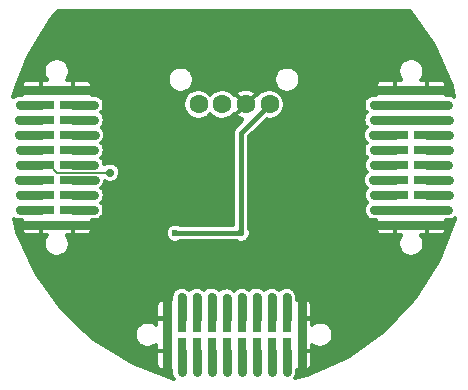
<source format=gbl>
G04 #@! TF.FileFunction,Copper,L2,Bot,Signal*
%FSLAX46Y46*%
G04 Gerber Fmt 4.6, Leading zero omitted, Abs format (unit mm)*
G04 Created by KiCad (PCBNEW 4.0.2+e4-6225~38~ubuntu14.04.1-stable) date Wed 20 Jul 2016 03:53:55 BST*
%MOMM*%
G01*
G04 APERTURE LIST*
%ADD10C,0.100000*%
%ADD11R,2.220000X0.740000*%
%ADD12C,1.600000*%
%ADD13R,0.740000X2.220000*%
%ADD14C,0.700000*%
%ADD15C,0.600000*%
%ADD16C,0.200000*%
%ADD17C,0.740000*%
%ADD18C,0.400000*%
%ADD19C,0.450000*%
%ADD20C,0.300000*%
G04 APERTURE END LIST*
D10*
D11*
X83635000Y-94285000D03*
X86365000Y-94285000D03*
X83635000Y-95555000D03*
X86365000Y-95555000D03*
X83635000Y-96825000D03*
X86365000Y-96825000D03*
X83635000Y-98095000D03*
X86365000Y-98095000D03*
X83635000Y-99365000D03*
X86365000Y-99365000D03*
X83635000Y-100635000D03*
X86365000Y-100635000D03*
X83635000Y-101905000D03*
X86365000Y-101905000D03*
X83635000Y-103175000D03*
X86365000Y-103175000D03*
X83635000Y-104445000D03*
X86365000Y-104445000D03*
X83635000Y-105715000D03*
X86365000Y-105715000D03*
D12*
X103000000Y-95500000D03*
X101000000Y-95500000D03*
X99000000Y-95500000D03*
X97000000Y-95500000D03*
D11*
X113635000Y-94285000D03*
X116365000Y-94285000D03*
X113635000Y-95555000D03*
X116365000Y-95555000D03*
X113635000Y-96825000D03*
X116365000Y-96825000D03*
X113635000Y-98095000D03*
X116365000Y-98095000D03*
X113635000Y-99365000D03*
X116365000Y-99365000D03*
X113635000Y-100635000D03*
X116365000Y-100635000D03*
X113635000Y-101905000D03*
X116365000Y-101905000D03*
X113635000Y-103175000D03*
X116365000Y-103175000D03*
X113635000Y-104445000D03*
X116365000Y-104445000D03*
X113635000Y-105715000D03*
X116365000Y-105715000D03*
D13*
X94285000Y-116365000D03*
X94285000Y-113635000D03*
X95555000Y-116365000D03*
X95555000Y-113635000D03*
X96825000Y-116365000D03*
X96825000Y-113635000D03*
X98095000Y-116365000D03*
X98095000Y-113635000D03*
X99365000Y-116365000D03*
X99365000Y-113635000D03*
X100635000Y-116365000D03*
X100635000Y-113635000D03*
X101905000Y-116365000D03*
X101905000Y-113635000D03*
X103175000Y-116365000D03*
X103175000Y-113635000D03*
X104445000Y-116365000D03*
X104445000Y-113635000D03*
X105715000Y-116365000D03*
X105715000Y-113635000D03*
D14*
X89484990Y-101284990D03*
X81835000Y-100635000D03*
X118185000Y-105715000D03*
X118185000Y-94285000D03*
X111815000Y-94285000D03*
X111815000Y-105715000D03*
X94285000Y-118185000D03*
X105715000Y-118115000D03*
X105715000Y-111815000D03*
X94285000Y-111815000D03*
X81815000Y-105715000D03*
X88185000Y-105715000D03*
X88185000Y-94285000D03*
X81815000Y-94285000D03*
D15*
X100600000Y-106400000D03*
X95000000Y-106400000D03*
D14*
X104445000Y-111845000D03*
X103175000Y-111825000D03*
X81845000Y-95555000D03*
X88145000Y-95555000D03*
X81825000Y-96825000D03*
X88175000Y-96825000D03*
X81805000Y-98095000D03*
X88195000Y-98095000D03*
X81835000Y-99365000D03*
X88165000Y-99365000D03*
X88165000Y-100635000D03*
X81805000Y-101905000D03*
X88195000Y-101905000D03*
X81875000Y-103175000D03*
X88175000Y-103175000D03*
X81845000Y-104445000D03*
X88155000Y-104445000D03*
X118155000Y-95555000D03*
X111845000Y-95555000D03*
X118175000Y-96825000D03*
X111825000Y-96825000D03*
X111805000Y-98095000D03*
X118195000Y-98095000D03*
X111835000Y-99365000D03*
X118165000Y-99365000D03*
X111865000Y-100635000D03*
X118135000Y-100635000D03*
X111805000Y-101905000D03*
X118195000Y-101905000D03*
X111875000Y-103175000D03*
X118175000Y-103175000D03*
X118155000Y-104445000D03*
X111855000Y-104445000D03*
X95555000Y-118155000D03*
X95555000Y-111845000D03*
X96825000Y-118125000D03*
X96825000Y-111825000D03*
X98095000Y-118195000D03*
X98095000Y-111805000D03*
X99365000Y-118165000D03*
X99365000Y-111865000D03*
X100635000Y-118165000D03*
X100635000Y-111835000D03*
X101905000Y-118195000D03*
X101905000Y-111805000D03*
X103175000Y-118175000D03*
X104445000Y-118155000D03*
D16*
X88844990Y-101284990D02*
X89484990Y-101284990D01*
X85054999Y-101284999D02*
X86108175Y-101284999D01*
X86108175Y-101284999D02*
X86108184Y-101284990D01*
X86108184Y-101284990D02*
X88844990Y-101284990D01*
X83635000Y-100635000D02*
X84375000Y-100635000D01*
X84375000Y-100635000D02*
X85024999Y-101284999D01*
X85024999Y-101284999D02*
X85054999Y-101284999D01*
D17*
X83635000Y-100635000D02*
X81835000Y-100635000D01*
X116365000Y-94285000D02*
X118185000Y-94285000D01*
X113635000Y-94285000D02*
X116365000Y-94285000D01*
X111815000Y-94285000D02*
X113635000Y-94285000D01*
X111815000Y-105715000D02*
X113635000Y-105715000D01*
X116365000Y-105715000D02*
X113635000Y-105715000D01*
X118185000Y-105715000D02*
X116365000Y-105715000D01*
X94285000Y-116365000D02*
X94285000Y-118185000D01*
X105715000Y-116365000D02*
X105715000Y-118115000D01*
X105715000Y-113635000D02*
X105715000Y-116365000D01*
X105715000Y-113635000D02*
X105715000Y-111815000D01*
X94285000Y-113635000D02*
X94285000Y-111815000D01*
X94285000Y-116365000D02*
X94285000Y-113635000D01*
X83635000Y-105715000D02*
X86365000Y-105715000D01*
X83635000Y-105715000D02*
X81815000Y-105715000D01*
X86365000Y-105715000D02*
X88185000Y-105715000D01*
X88185000Y-94285000D02*
X86365000Y-94285000D01*
X83635000Y-94285000D02*
X81815000Y-94285000D01*
X83635000Y-94285000D02*
X86365000Y-94285000D01*
D18*
X100600000Y-106400000D02*
X100600000Y-97900000D01*
X100600000Y-97900000D02*
X101175000Y-97325000D01*
X100600000Y-106400000D02*
X95000000Y-106400000D01*
D19*
X101175000Y-97325000D02*
X103000000Y-95500000D01*
D17*
X104445000Y-113635000D02*
X104445000Y-111845000D01*
X103175000Y-113635000D02*
X103175000Y-111825000D01*
X81845000Y-95555000D02*
X83635000Y-95555000D01*
X86365000Y-95555000D02*
X88145000Y-95555000D01*
X81825000Y-96825000D02*
X83635000Y-96825000D01*
X86365000Y-96825000D02*
X88175000Y-96825000D01*
X83635000Y-98095000D02*
X81805000Y-98095000D01*
X86365000Y-98095000D02*
X88195000Y-98095000D01*
X83635000Y-99365000D02*
X81835000Y-99365000D01*
X86365000Y-99365000D02*
X88165000Y-99365000D01*
X86365000Y-100635000D02*
X88165000Y-100635000D01*
X83635000Y-101905000D02*
X81805000Y-101905000D01*
X86365000Y-101905000D02*
X88195000Y-101905000D01*
X83635000Y-103175000D02*
X81875000Y-103175000D01*
X86365000Y-103175000D02*
X88175000Y-103175000D01*
X83635000Y-104445000D02*
X81845000Y-104445000D01*
X86365000Y-104445000D02*
X88155000Y-104445000D01*
X113635000Y-95555000D02*
X111845000Y-95555000D01*
X116365000Y-95555000D02*
X113635000Y-95555000D01*
X118155000Y-95555000D02*
X116365000Y-95555000D01*
X113635000Y-96825000D02*
X116365000Y-96825000D01*
X111825000Y-96825000D02*
X113635000Y-96825000D01*
X118175000Y-96825000D02*
X116365000Y-96825000D01*
X113635000Y-98095000D02*
X111805000Y-98095000D01*
X116365000Y-98095000D02*
X118195000Y-98095000D01*
X111835000Y-99365000D02*
X113635000Y-99365000D01*
X116365000Y-99365000D02*
X118165000Y-99365000D01*
X113635000Y-100635000D02*
X111865000Y-100635000D01*
X118135000Y-100635000D02*
X116365000Y-100635000D01*
X111805000Y-101905000D02*
X113635000Y-101905000D01*
X116365000Y-101905000D02*
X118195000Y-101905000D01*
X113635000Y-103175000D02*
X111875000Y-103175000D01*
X118175000Y-103175000D02*
X116365000Y-103175000D01*
X118155000Y-104445000D02*
X116365000Y-104445000D01*
X113635000Y-104445000D02*
X116365000Y-104445000D01*
X111855000Y-104445000D02*
X113635000Y-104445000D01*
X95555000Y-116365000D02*
X95555000Y-118155000D01*
X95555000Y-113635000D02*
X95555000Y-111845000D01*
X96825000Y-116365000D02*
X96825000Y-118125000D01*
X96825000Y-113635000D02*
X96825000Y-111825000D01*
X98095000Y-116365000D02*
X98095000Y-118195000D01*
X98095000Y-113635000D02*
X98095000Y-111805000D01*
X99365000Y-116365000D02*
X99365000Y-118165000D01*
X99365000Y-113635000D02*
X99365000Y-111865000D01*
X100635000Y-118165000D02*
X100635000Y-116365000D01*
X100635000Y-113635000D02*
X100635000Y-111835000D01*
X101905000Y-118195000D02*
X101905000Y-116365000D01*
X101905000Y-113635000D02*
X101905000Y-111805000D01*
X103175000Y-116365000D02*
X103175000Y-118175000D01*
X104445000Y-116365000D02*
X104445000Y-118155000D01*
D20*
G36*
X116931913Y-90483031D02*
X118457971Y-93953043D01*
X118656462Y-94845492D01*
X118646521Y-94837151D01*
X118497729Y-94755352D01*
X118335883Y-94704012D01*
X118167147Y-94685085D01*
X118155000Y-94685000D01*
X117975000Y-94685000D01*
X117975000Y-94420000D01*
X117850000Y-94295000D01*
X116375000Y-94295000D01*
X116375000Y-94315000D01*
X116355000Y-94315000D01*
X116355000Y-94295000D01*
X113645000Y-94295000D01*
X113645000Y-94315000D01*
X113625000Y-94315000D01*
X113625000Y-94295000D01*
X112150000Y-94295000D01*
X112025000Y-94420000D01*
X112025000Y-94685000D01*
X111845000Y-94685000D01*
X111676016Y-94701569D01*
X111513469Y-94750645D01*
X111363549Y-94830359D01*
X111231968Y-94937673D01*
X111123737Y-95068502D01*
X111042979Y-95217861D01*
X110992770Y-95380062D01*
X110975021Y-95548926D01*
X110990410Y-95718022D01*
X111038350Y-95880908D01*
X111117015Y-96031380D01*
X111223409Y-96163707D01*
X111244341Y-96181271D01*
X111211968Y-96207673D01*
X111103737Y-96338502D01*
X111022979Y-96487861D01*
X110972770Y-96650062D01*
X110955021Y-96818926D01*
X110970410Y-96988022D01*
X111018350Y-97150908D01*
X111097015Y-97301380D01*
X111203409Y-97433707D01*
X111224341Y-97451271D01*
X111191968Y-97477673D01*
X111083737Y-97608502D01*
X111002979Y-97757861D01*
X110952770Y-97920062D01*
X110935021Y-98088926D01*
X110950410Y-98258022D01*
X110998350Y-98420908D01*
X111077015Y-98571380D01*
X111183409Y-98703707D01*
X111228985Y-98741950D01*
X111221968Y-98747673D01*
X111113737Y-98878502D01*
X111032979Y-99027861D01*
X110982770Y-99190062D01*
X110965021Y-99358926D01*
X110980410Y-99528022D01*
X111028350Y-99690908D01*
X111107015Y-99841380D01*
X111213409Y-99973707D01*
X111258985Y-100011950D01*
X111251968Y-100017673D01*
X111143737Y-100148502D01*
X111062979Y-100297861D01*
X111012770Y-100460062D01*
X110995021Y-100628926D01*
X111010410Y-100798022D01*
X111058350Y-100960908D01*
X111137015Y-101111380D01*
X111243409Y-101243707D01*
X111244625Y-101244727D01*
X111191968Y-101287673D01*
X111083737Y-101418502D01*
X111002979Y-101567861D01*
X110952770Y-101730062D01*
X110935021Y-101898926D01*
X110950410Y-102068022D01*
X110998350Y-102230908D01*
X111077015Y-102381380D01*
X111183409Y-102513707D01*
X111251248Y-102570631D01*
X111153737Y-102688502D01*
X111072979Y-102837861D01*
X111022770Y-103000062D01*
X111005021Y-103168926D01*
X111020410Y-103338022D01*
X111068350Y-103500908D01*
X111147015Y-103651380D01*
X111253409Y-103783707D01*
X111274341Y-103801271D01*
X111241968Y-103827673D01*
X111133737Y-103958502D01*
X111052979Y-104107861D01*
X111002770Y-104270062D01*
X110985021Y-104438926D01*
X111000410Y-104608022D01*
X111048350Y-104770908D01*
X111127015Y-104921380D01*
X111233409Y-105053707D01*
X111363479Y-105162849D01*
X111512271Y-105244648D01*
X111674117Y-105295988D01*
X111842853Y-105314915D01*
X111855000Y-105315000D01*
X112025000Y-105315000D01*
X112025000Y-105580000D01*
X112150000Y-105705000D01*
X113625000Y-105705000D01*
X113625000Y-105685000D01*
X113645000Y-105685000D01*
X113645000Y-105705000D01*
X116355000Y-105705000D01*
X116355000Y-105685000D01*
X116375000Y-105685000D01*
X116375000Y-105705000D01*
X117850000Y-105705000D01*
X117975000Y-105580000D01*
X117975000Y-105315000D01*
X118155000Y-105315000D01*
X118323984Y-105298431D01*
X118486531Y-105249355D01*
X118636451Y-105169641D01*
X118735895Y-105088537D01*
X118720372Y-105177842D01*
X117358128Y-108715373D01*
X115334725Y-111920931D01*
X112727217Y-114672432D01*
X109634938Y-116865062D01*
X106175671Y-118415304D01*
X105161312Y-118648353D01*
X105162849Y-118646521D01*
X105244648Y-118497729D01*
X105295988Y-118335883D01*
X105314915Y-118167147D01*
X105315000Y-118155000D01*
X105315000Y-117975000D01*
X105580000Y-117975000D01*
X105705000Y-117850000D01*
X105705000Y-116375000D01*
X105725000Y-116375000D01*
X105725000Y-117850000D01*
X105850000Y-117975000D01*
X106134246Y-117975000D01*
X106230845Y-117955785D01*
X106321839Y-117918094D01*
X106403732Y-117863375D01*
X106473376Y-117793731D01*
X106528094Y-117711839D01*
X106565785Y-117620844D01*
X106585000Y-117524245D01*
X106585000Y-116500000D01*
X106460000Y-116375000D01*
X105725000Y-116375000D01*
X105705000Y-116375000D01*
X105685000Y-116375000D01*
X105685000Y-116355000D01*
X105705000Y-116355000D01*
X105705000Y-113645000D01*
X105725000Y-113645000D01*
X105725000Y-116355000D01*
X106460000Y-116355000D01*
X106585000Y-116230000D01*
X106585000Y-115837997D01*
X106588619Y-115841745D01*
X106765758Y-115964860D01*
X106963437Y-116051224D01*
X107174125Y-116097547D01*
X107389799Y-116102064D01*
X107602243Y-116064605D01*
X107803365Y-115986595D01*
X107985504Y-115871006D01*
X108141723Y-115722240D01*
X108266072Y-115545965D01*
X108353814Y-115348894D01*
X108401606Y-115138534D01*
X108405047Y-114892139D01*
X108363146Y-114680527D01*
X108280941Y-114481083D01*
X108161563Y-114301404D01*
X108009559Y-114148335D01*
X107830718Y-114027705D01*
X107631853Y-113944110D01*
X107420538Y-113900733D01*
X107204822Y-113899227D01*
X106992922Y-113939649D01*
X106792909Y-114020460D01*
X106612401Y-114138581D01*
X106585000Y-114165414D01*
X106585000Y-113770000D01*
X106460000Y-113645000D01*
X105725000Y-113645000D01*
X105705000Y-113645000D01*
X105685000Y-113645000D01*
X105685000Y-113625000D01*
X105705000Y-113625000D01*
X105705000Y-112150000D01*
X105725000Y-112150000D01*
X105725000Y-113625000D01*
X106460000Y-113625000D01*
X106585000Y-113500000D01*
X106585000Y-112475755D01*
X106565785Y-112379156D01*
X106528094Y-112288161D01*
X106473376Y-112206269D01*
X106403732Y-112136625D01*
X106321839Y-112081906D01*
X106230845Y-112044215D01*
X106134246Y-112025000D01*
X105850000Y-112025000D01*
X105725000Y-112150000D01*
X105705000Y-112150000D01*
X105580000Y-112025000D01*
X105315000Y-112025000D01*
X105315000Y-111845000D01*
X105298431Y-111676016D01*
X105249355Y-111513469D01*
X105169641Y-111363549D01*
X105062327Y-111231968D01*
X104931498Y-111123737D01*
X104782139Y-111042979D01*
X104619938Y-110992770D01*
X104451074Y-110975021D01*
X104281978Y-110990410D01*
X104119092Y-111038350D01*
X103968620Y-111117015D01*
X103836293Y-111223409D01*
X103818729Y-111244341D01*
X103792327Y-111211968D01*
X103661498Y-111103737D01*
X103512139Y-111022979D01*
X103349938Y-110972770D01*
X103181074Y-110955021D01*
X103011978Y-110970410D01*
X102849092Y-111018350D01*
X102698620Y-111097015D01*
X102566293Y-111203409D01*
X102548729Y-111224341D01*
X102522327Y-111191968D01*
X102391498Y-111083737D01*
X102242139Y-111002979D01*
X102079938Y-110952770D01*
X101911074Y-110935021D01*
X101741978Y-110950410D01*
X101579092Y-110998350D01*
X101428620Y-111077015D01*
X101296293Y-111183409D01*
X101258050Y-111228985D01*
X101252327Y-111221968D01*
X101121498Y-111113737D01*
X100972139Y-111032979D01*
X100809938Y-110982770D01*
X100641074Y-110965021D01*
X100471978Y-110980410D01*
X100309092Y-111028350D01*
X100158620Y-111107015D01*
X100026293Y-111213409D01*
X99988050Y-111258985D01*
X99982327Y-111251968D01*
X99851498Y-111143737D01*
X99702139Y-111062979D01*
X99539938Y-111012770D01*
X99371074Y-110995021D01*
X99201978Y-111010410D01*
X99039092Y-111058350D01*
X98888620Y-111137015D01*
X98756293Y-111243409D01*
X98755273Y-111244625D01*
X98712327Y-111191968D01*
X98581498Y-111083737D01*
X98432139Y-111002979D01*
X98269938Y-110952770D01*
X98101074Y-110935021D01*
X97931978Y-110950410D01*
X97769092Y-110998350D01*
X97618620Y-111077015D01*
X97486293Y-111183409D01*
X97452186Y-111224056D01*
X97442327Y-111211968D01*
X97311498Y-111103737D01*
X97162139Y-111022979D01*
X96999938Y-110972770D01*
X96831074Y-110955021D01*
X96661978Y-110970410D01*
X96499092Y-111018350D01*
X96348620Y-111097015D01*
X96216293Y-111203409D01*
X96182186Y-111244056D01*
X96172327Y-111231968D01*
X96041498Y-111123737D01*
X95892139Y-111042979D01*
X95729938Y-110992770D01*
X95561074Y-110975021D01*
X95391978Y-110990410D01*
X95229092Y-111038350D01*
X95078620Y-111117015D01*
X94946293Y-111223409D01*
X94837151Y-111353479D01*
X94755352Y-111502271D01*
X94704012Y-111664117D01*
X94685085Y-111832853D01*
X94685000Y-111845000D01*
X94685000Y-112025000D01*
X94420000Y-112025000D01*
X94295000Y-112150000D01*
X94295000Y-113625000D01*
X94315000Y-113625000D01*
X94315000Y-113645000D01*
X94295000Y-113645000D01*
X94295000Y-116355000D01*
X94315000Y-116355000D01*
X94315000Y-116375000D01*
X94295000Y-116375000D01*
X94295000Y-117850000D01*
X94420000Y-117975000D01*
X94685000Y-117975000D01*
X94685000Y-118155000D01*
X94701569Y-118323984D01*
X94750645Y-118486531D01*
X94830359Y-118636451D01*
X94916780Y-118742415D01*
X91406023Y-117418550D01*
X89928059Y-116500000D01*
X93415000Y-116500000D01*
X93415000Y-117524245D01*
X93434215Y-117620844D01*
X93471906Y-117711839D01*
X93526624Y-117793731D01*
X93596268Y-117863375D01*
X93678161Y-117918094D01*
X93769155Y-117955785D01*
X93865754Y-117975000D01*
X94150000Y-117975000D01*
X94275000Y-117850000D01*
X94275000Y-116375000D01*
X93540000Y-116375000D01*
X93415000Y-116500000D01*
X89928059Y-116500000D01*
X88186412Y-115417572D01*
X87838547Y-115092491D01*
X91593555Y-115092491D01*
X91632496Y-115304668D01*
X91711909Y-115505240D01*
X91828766Y-115686568D01*
X91978619Y-115841745D01*
X92155758Y-115964860D01*
X92353437Y-116051224D01*
X92564125Y-116097547D01*
X92779799Y-116102064D01*
X92992243Y-116064605D01*
X93193365Y-115986595D01*
X93375504Y-115871006D01*
X93415000Y-115833394D01*
X93415000Y-116230000D01*
X93540000Y-116355000D01*
X94275000Y-116355000D01*
X94275000Y-113645000D01*
X93540000Y-113645000D01*
X93415000Y-113770000D01*
X93415000Y-114163884D01*
X93399559Y-114148335D01*
X93220718Y-114027705D01*
X93021853Y-113944110D01*
X92810538Y-113900733D01*
X92594822Y-113899227D01*
X92382922Y-113939649D01*
X92182909Y-114020460D01*
X92002401Y-114138581D01*
X91848274Y-114289513D01*
X91726399Y-114467507D01*
X91641417Y-114665784D01*
X91596566Y-114876791D01*
X91593555Y-115092491D01*
X87838547Y-115092491D01*
X85416777Y-112829339D01*
X85162335Y-112475755D01*
X93415000Y-112475755D01*
X93415000Y-113500000D01*
X93540000Y-113625000D01*
X94275000Y-113625000D01*
X94275000Y-112150000D01*
X94150000Y-112025000D01*
X93865754Y-112025000D01*
X93769155Y-112044215D01*
X93678161Y-112081906D01*
X93596268Y-112136625D01*
X93526624Y-112206269D01*
X93471906Y-112288161D01*
X93434215Y-112379156D01*
X93415000Y-112475755D01*
X85162335Y-112475755D01*
X83202612Y-109752441D01*
X81628257Y-106304079D01*
X81520590Y-105850000D01*
X82025000Y-105850000D01*
X82025000Y-106134246D01*
X82044215Y-106230845D01*
X82081906Y-106321839D01*
X82136625Y-106403732D01*
X82206269Y-106473376D01*
X82288161Y-106528094D01*
X82379156Y-106565785D01*
X82475755Y-106585000D01*
X83500000Y-106585000D01*
X83625000Y-106460000D01*
X83625000Y-105725000D01*
X83645000Y-105725000D01*
X83645000Y-106460000D01*
X83770000Y-106585000D01*
X84162988Y-106585000D01*
X84153274Y-106594513D01*
X84031399Y-106772507D01*
X83946417Y-106970784D01*
X83901566Y-107181791D01*
X83898555Y-107397491D01*
X83937496Y-107609668D01*
X84016909Y-107810240D01*
X84133766Y-107991568D01*
X84283619Y-108146745D01*
X84460758Y-108269860D01*
X84658437Y-108356224D01*
X84869125Y-108402547D01*
X85084799Y-108407064D01*
X85297243Y-108369605D01*
X85498365Y-108291595D01*
X85680504Y-108176006D01*
X85836723Y-108027240D01*
X85961072Y-107850965D01*
X86048814Y-107653894D01*
X86096606Y-107443534D01*
X86100047Y-107197139D01*
X86058146Y-106985527D01*
X85975941Y-106786083D01*
X85856563Y-106606404D01*
X85835308Y-106585000D01*
X86230000Y-106585000D01*
X86355000Y-106460000D01*
X86355000Y-105725000D01*
X86375000Y-105725000D01*
X86375000Y-106460000D01*
X86500000Y-106585000D01*
X87524245Y-106585000D01*
X87620844Y-106565785D01*
X87711839Y-106528094D01*
X87793731Y-106473376D01*
X87799841Y-106467266D01*
X94198948Y-106467266D01*
X94227270Y-106621577D01*
X94285024Y-106767448D01*
X94370012Y-106899323D01*
X94478995Y-107012179D01*
X94607824Y-107101717D01*
X94751590Y-107164527D01*
X94904818Y-107198216D01*
X95061672Y-107201502D01*
X95216177Y-107174258D01*
X95362447Y-107117524D01*
X95390060Y-107100000D01*
X100205354Y-107100000D01*
X100207824Y-107101717D01*
X100351590Y-107164527D01*
X100504818Y-107198216D01*
X100661672Y-107201502D01*
X100816177Y-107174258D01*
X100962447Y-107117524D01*
X101094912Y-107033459D01*
X101208526Y-106925266D01*
X101298962Y-106797066D01*
X101362774Y-106653741D01*
X101397532Y-106500752D01*
X101400034Y-106321556D01*
X101369561Y-106167656D01*
X101309776Y-106022605D01*
X101300000Y-106007891D01*
X101300000Y-105850000D01*
X112025000Y-105850000D01*
X112025000Y-106134246D01*
X112044215Y-106230845D01*
X112081906Y-106321839D01*
X112136625Y-106403732D01*
X112206269Y-106473376D01*
X112288161Y-106528094D01*
X112379156Y-106565785D01*
X112475755Y-106585000D01*
X113500000Y-106585000D01*
X113625000Y-106460000D01*
X113625000Y-105725000D01*
X113645000Y-105725000D01*
X113645000Y-106460000D01*
X113770000Y-106585000D01*
X114162988Y-106585000D01*
X114153274Y-106594513D01*
X114031399Y-106772507D01*
X113946417Y-106970784D01*
X113901566Y-107181791D01*
X113898555Y-107397491D01*
X113937496Y-107609668D01*
X114016909Y-107810240D01*
X114133766Y-107991568D01*
X114283619Y-108146745D01*
X114460758Y-108269860D01*
X114658437Y-108356224D01*
X114869125Y-108402547D01*
X115084799Y-108407064D01*
X115297243Y-108369605D01*
X115498365Y-108291595D01*
X115680504Y-108176006D01*
X115836723Y-108027240D01*
X115961072Y-107850965D01*
X116048814Y-107653894D01*
X116096606Y-107443534D01*
X116100047Y-107197139D01*
X116058146Y-106985527D01*
X115975941Y-106786083D01*
X115856563Y-106606404D01*
X115835308Y-106585000D01*
X116230000Y-106585000D01*
X116355000Y-106460000D01*
X116355000Y-105725000D01*
X116375000Y-105725000D01*
X116375000Y-106460000D01*
X116500000Y-106585000D01*
X117524245Y-106585000D01*
X117620844Y-106565785D01*
X117711839Y-106528094D01*
X117793731Y-106473376D01*
X117863375Y-106403732D01*
X117918094Y-106321839D01*
X117955785Y-106230845D01*
X117975000Y-106134246D01*
X117975000Y-105850000D01*
X117850000Y-105725000D01*
X116375000Y-105725000D01*
X116355000Y-105725000D01*
X113645000Y-105725000D01*
X113625000Y-105725000D01*
X112150000Y-105725000D01*
X112025000Y-105850000D01*
X101300000Y-105850000D01*
X101300000Y-98189950D01*
X101542978Y-97946972D01*
X101569863Y-97933036D01*
X101680444Y-97844760D01*
X101687652Y-97837652D01*
X102749314Y-96775991D01*
X102845330Y-96797101D01*
X103100217Y-96802440D01*
X103351287Y-96758170D01*
X103588977Y-96665976D01*
X103804232Y-96529371D01*
X103988855Y-96353557D01*
X104135813Y-96145231D01*
X104239507Y-95912329D01*
X104295990Y-95663722D01*
X104300056Y-95372528D01*
X104250537Y-95122441D01*
X104153386Y-94886734D01*
X104012302Y-94674386D01*
X103832661Y-94493486D01*
X103621303Y-94350924D01*
X103386280Y-94252129D01*
X103136544Y-94200866D01*
X102881608Y-94199086D01*
X102631180Y-94246858D01*
X102394801Y-94342361D01*
X102181474Y-94481959D01*
X101999324Y-94660333D01*
X101965298Y-94710027D01*
X101842340Y-94671803D01*
X101014142Y-95500000D01*
X101028285Y-95514142D01*
X101014142Y-95528285D01*
X101000000Y-95514142D01*
X100171803Y-96342340D01*
X100240294Y-96562658D01*
X100462206Y-96690451D01*
X100702854Y-96771842D01*
X100662348Y-96812348D01*
X100572537Y-96921686D01*
X100554239Y-96955811D01*
X100105025Y-97405025D01*
X100063959Y-97455019D01*
X100022421Y-97504523D01*
X100020648Y-97507748D01*
X100018311Y-97510593D01*
X99987752Y-97567585D01*
X99956605Y-97624241D01*
X99955492Y-97627750D01*
X99953753Y-97630993D01*
X99934844Y-97692842D01*
X99915297Y-97754462D01*
X99914887Y-97758117D01*
X99913810Y-97761640D01*
X99907273Y-97825993D01*
X99900068Y-97890226D01*
X99900018Y-97897419D01*
X99900004Y-97897556D01*
X99900016Y-97897684D01*
X99900000Y-97900000D01*
X99900000Y-105700000D01*
X95392903Y-105700000D01*
X95382341Y-105692876D01*
X95237711Y-105632079D01*
X95084027Y-105600533D01*
X94927143Y-105599437D01*
X94773034Y-105628835D01*
X94627570Y-105687607D01*
X94496291Y-105773513D01*
X94384199Y-105883282D01*
X94295562Y-106012732D01*
X94233758Y-106156934D01*
X94201139Y-106310393D01*
X94198948Y-106467266D01*
X87799841Y-106467266D01*
X87863375Y-106403732D01*
X87918094Y-106321839D01*
X87955785Y-106230845D01*
X87975000Y-106134246D01*
X87975000Y-105850000D01*
X87850000Y-105725000D01*
X86375000Y-105725000D01*
X86355000Y-105725000D01*
X83645000Y-105725000D01*
X83625000Y-105725000D01*
X82150000Y-105725000D01*
X82025000Y-105850000D01*
X81520590Y-105850000D01*
X81358284Y-105165491D01*
X81502271Y-105244648D01*
X81664117Y-105295988D01*
X81832853Y-105314915D01*
X81845000Y-105315000D01*
X82025000Y-105315000D01*
X82025000Y-105580000D01*
X82150000Y-105705000D01*
X83625000Y-105705000D01*
X83625000Y-105685000D01*
X83645000Y-105685000D01*
X83645000Y-105705000D01*
X86355000Y-105705000D01*
X86355000Y-105685000D01*
X86375000Y-105685000D01*
X86375000Y-105705000D01*
X87850000Y-105705000D01*
X87975000Y-105580000D01*
X87975000Y-105315000D01*
X88155000Y-105315000D01*
X88323984Y-105298431D01*
X88486531Y-105249355D01*
X88636451Y-105169641D01*
X88768032Y-105062327D01*
X88876263Y-104931498D01*
X88957021Y-104782139D01*
X89007230Y-104619938D01*
X89024979Y-104451074D01*
X89009590Y-104281978D01*
X88961650Y-104119092D01*
X88882985Y-103968620D01*
X88776591Y-103836293D01*
X88755659Y-103818729D01*
X88788032Y-103792327D01*
X88896263Y-103661498D01*
X88977021Y-103512139D01*
X89027230Y-103349938D01*
X89044979Y-103181074D01*
X89029590Y-103011978D01*
X88981650Y-102849092D01*
X88902985Y-102698620D01*
X88796591Y-102566293D01*
X88775659Y-102548729D01*
X88808032Y-102522327D01*
X88916263Y-102391498D01*
X88997021Y-102242139D01*
X89047230Y-102079938D01*
X89053501Y-102020276D01*
X89068303Y-102030564D01*
X89221055Y-102097300D01*
X89383860Y-102133095D01*
X89550517Y-102136586D01*
X89714678Y-102107640D01*
X89870090Y-102047359D01*
X90010834Y-101958040D01*
X90131549Y-101843085D01*
X90227637Y-101706872D01*
X90295437Y-101554590D01*
X90332368Y-101392039D01*
X90335027Y-101201643D01*
X90302649Y-101038124D01*
X90239127Y-100884008D01*
X90146880Y-100745166D01*
X90029422Y-100626885D01*
X89891227Y-100533671D01*
X89737558Y-100469074D01*
X89574269Y-100435556D01*
X89407580Y-100434392D01*
X89243838Y-100465627D01*
X89089283Y-100528072D01*
X89028325Y-100567962D01*
X89019590Y-100471978D01*
X88971650Y-100309092D01*
X88892985Y-100158620D01*
X88786591Y-100026293D01*
X88755802Y-100000458D01*
X88778032Y-99982327D01*
X88886263Y-99851498D01*
X88967021Y-99702139D01*
X89017230Y-99539938D01*
X89034979Y-99371074D01*
X89019590Y-99201978D01*
X88971650Y-99039092D01*
X88892985Y-98888620D01*
X88786591Y-98756293D01*
X88770588Y-98742865D01*
X88808032Y-98712327D01*
X88916263Y-98581498D01*
X88997021Y-98432139D01*
X89047230Y-98269938D01*
X89064979Y-98101074D01*
X89049590Y-97931978D01*
X89001650Y-97769092D01*
X88922985Y-97618620D01*
X88816591Y-97486293D01*
X88775944Y-97452186D01*
X88788032Y-97442327D01*
X88896263Y-97311498D01*
X88977021Y-97162139D01*
X89027230Y-96999938D01*
X89044979Y-96831074D01*
X89029590Y-96661978D01*
X88981650Y-96499092D01*
X88902985Y-96348620D01*
X88796591Y-96216293D01*
X88751015Y-96178050D01*
X88758032Y-96172327D01*
X88866263Y-96041498D01*
X88947021Y-95892139D01*
X88997230Y-95729938D01*
X89009909Y-95609308D01*
X95698291Y-95609308D01*
X95744313Y-95860062D01*
X95838164Y-96097102D01*
X95976269Y-96311399D01*
X96153367Y-96494790D01*
X96362714Y-96640289D01*
X96596334Y-96742356D01*
X96845330Y-96797101D01*
X97100217Y-96802440D01*
X97351287Y-96758170D01*
X97588977Y-96665976D01*
X97804232Y-96529371D01*
X97988855Y-96353557D01*
X98000728Y-96336727D01*
X98153367Y-96494790D01*
X98362714Y-96640289D01*
X98596334Y-96742356D01*
X98845330Y-96797101D01*
X99100217Y-96802440D01*
X99351287Y-96758170D01*
X99588977Y-96665976D01*
X99804232Y-96529371D01*
X99988855Y-96353557D01*
X100033888Y-96289719D01*
X100157660Y-96328197D01*
X100985858Y-95500000D01*
X100157660Y-94671803D01*
X100035763Y-94709698D01*
X100012302Y-94674386D01*
X99995693Y-94657660D01*
X100171803Y-94657660D01*
X101000000Y-95485858D01*
X101828197Y-94657660D01*
X101759706Y-94437342D01*
X101537794Y-94309549D01*
X101295216Y-94227505D01*
X101041292Y-94194362D01*
X100785781Y-94211394D01*
X100538502Y-94277946D01*
X100308959Y-94391462D01*
X100240294Y-94437342D01*
X100171803Y-94657660D01*
X99995693Y-94657660D01*
X99832661Y-94493486D01*
X99621303Y-94350924D01*
X99386280Y-94252129D01*
X99136544Y-94200866D01*
X98881608Y-94199086D01*
X98631180Y-94246858D01*
X98394801Y-94342361D01*
X98181474Y-94481959D01*
X97999324Y-94660333D01*
X97998925Y-94660915D01*
X97832661Y-94493486D01*
X97621303Y-94350924D01*
X97386280Y-94252129D01*
X97136544Y-94200866D01*
X96881608Y-94199086D01*
X96631180Y-94246858D01*
X96394801Y-94342361D01*
X96181474Y-94481959D01*
X95999324Y-94660333D01*
X95855289Y-94870690D01*
X95754857Y-95105017D01*
X95701851Y-95354389D01*
X95698291Y-95609308D01*
X89009909Y-95609308D01*
X89014979Y-95561074D01*
X88999590Y-95391978D01*
X88951650Y-95229092D01*
X88872985Y-95078620D01*
X88766591Y-94946293D01*
X88636521Y-94837151D01*
X88487729Y-94755352D01*
X88325883Y-94704012D01*
X88157147Y-94685085D01*
X88145000Y-94685000D01*
X87975000Y-94685000D01*
X87975000Y-94420000D01*
X87850000Y-94295000D01*
X86375000Y-94295000D01*
X86375000Y-94315000D01*
X86355000Y-94315000D01*
X86355000Y-94295000D01*
X83645000Y-94295000D01*
X83645000Y-94315000D01*
X83625000Y-94315000D01*
X83625000Y-94295000D01*
X82150000Y-94295000D01*
X82025000Y-94420000D01*
X82025000Y-94685000D01*
X81845000Y-94685000D01*
X81676016Y-94701569D01*
X81513469Y-94750645D01*
X81363549Y-94830359D01*
X81276635Y-94901244D01*
X81658869Y-93865754D01*
X82025000Y-93865754D01*
X82025000Y-94150000D01*
X82150000Y-94275000D01*
X83625000Y-94275000D01*
X83625000Y-93540000D01*
X83645000Y-93540000D01*
X83645000Y-94275000D01*
X86355000Y-94275000D01*
X86355000Y-93540000D01*
X86375000Y-93540000D01*
X86375000Y-94275000D01*
X87850000Y-94275000D01*
X87975000Y-94150000D01*
X87975000Y-93865754D01*
X87955785Y-93769155D01*
X87918094Y-93678161D01*
X87863375Y-93596268D01*
X87793731Y-93526624D01*
X87742647Y-93492491D01*
X94398555Y-93492491D01*
X94437496Y-93704668D01*
X94516909Y-93905240D01*
X94633766Y-94086568D01*
X94783619Y-94241745D01*
X94960758Y-94364860D01*
X95158437Y-94451224D01*
X95369125Y-94497547D01*
X95584799Y-94502064D01*
X95797243Y-94464605D01*
X95998365Y-94386595D01*
X96180504Y-94271006D01*
X96336723Y-94122240D01*
X96461072Y-93945965D01*
X96548814Y-93748894D01*
X96596606Y-93538534D01*
X96597249Y-93492491D01*
X103398555Y-93492491D01*
X103437496Y-93704668D01*
X103516909Y-93905240D01*
X103633766Y-94086568D01*
X103783619Y-94241745D01*
X103960758Y-94364860D01*
X104158437Y-94451224D01*
X104369125Y-94497547D01*
X104584799Y-94502064D01*
X104797243Y-94464605D01*
X104998365Y-94386595D01*
X105180504Y-94271006D01*
X105336723Y-94122240D01*
X105461072Y-93945965D01*
X105496784Y-93865754D01*
X112025000Y-93865754D01*
X112025000Y-94150000D01*
X112150000Y-94275000D01*
X113625000Y-94275000D01*
X113625000Y-93540000D01*
X113645000Y-93540000D01*
X113645000Y-94275000D01*
X116355000Y-94275000D01*
X116355000Y-93540000D01*
X116375000Y-93540000D01*
X116375000Y-94275000D01*
X117850000Y-94275000D01*
X117975000Y-94150000D01*
X117975000Y-93865754D01*
X117955785Y-93769155D01*
X117918094Y-93678161D01*
X117863375Y-93596268D01*
X117793731Y-93526624D01*
X117711839Y-93471906D01*
X117620844Y-93434215D01*
X117524245Y-93415000D01*
X116500000Y-93415000D01*
X116375000Y-93540000D01*
X116355000Y-93540000D01*
X116230000Y-93415000D01*
X115838303Y-93415000D01*
X115961072Y-93240965D01*
X116048814Y-93043894D01*
X116096606Y-92833534D01*
X116100047Y-92587139D01*
X116058146Y-92375527D01*
X115975941Y-92176083D01*
X115856563Y-91996404D01*
X115704559Y-91843335D01*
X115525718Y-91722705D01*
X115326853Y-91639110D01*
X115115538Y-91595733D01*
X114899822Y-91594227D01*
X114687922Y-91634649D01*
X114487909Y-91715460D01*
X114307401Y-91833581D01*
X114153274Y-91984513D01*
X114031399Y-92162507D01*
X113946417Y-92360784D01*
X113901566Y-92571791D01*
X113898555Y-92787491D01*
X113937496Y-92999668D01*
X114016909Y-93200240D01*
X114133766Y-93381568D01*
X114166051Y-93415000D01*
X113770000Y-93415000D01*
X113645000Y-93540000D01*
X113625000Y-93540000D01*
X113500000Y-93415000D01*
X112475755Y-93415000D01*
X112379156Y-93434215D01*
X112288161Y-93471906D01*
X112206269Y-93526624D01*
X112136625Y-93596268D01*
X112081906Y-93678161D01*
X112044215Y-93769155D01*
X112025000Y-93865754D01*
X105496784Y-93865754D01*
X105548814Y-93748894D01*
X105596606Y-93538534D01*
X105600047Y-93292139D01*
X105558146Y-93080527D01*
X105475941Y-92881083D01*
X105356563Y-92701404D01*
X105204559Y-92548335D01*
X105025718Y-92427705D01*
X104826853Y-92344110D01*
X104615538Y-92300733D01*
X104399822Y-92299227D01*
X104187922Y-92339649D01*
X103987909Y-92420460D01*
X103807401Y-92538581D01*
X103653274Y-92689513D01*
X103531399Y-92867507D01*
X103446417Y-93065784D01*
X103401566Y-93276791D01*
X103398555Y-93492491D01*
X96597249Y-93492491D01*
X96600047Y-93292139D01*
X96558146Y-93080527D01*
X96475941Y-92881083D01*
X96356563Y-92701404D01*
X96204559Y-92548335D01*
X96025718Y-92427705D01*
X95826853Y-92344110D01*
X95615538Y-92300733D01*
X95399822Y-92299227D01*
X95187922Y-92339649D01*
X94987909Y-92420460D01*
X94807401Y-92538581D01*
X94653274Y-92689513D01*
X94531399Y-92867507D01*
X94446417Y-93065784D01*
X94401566Y-93276791D01*
X94398555Y-93492491D01*
X87742647Y-93492491D01*
X87711839Y-93471906D01*
X87620844Y-93434215D01*
X87524245Y-93415000D01*
X86500000Y-93415000D01*
X86375000Y-93540000D01*
X86355000Y-93540000D01*
X86230000Y-93415000D01*
X85838303Y-93415000D01*
X85961072Y-93240965D01*
X86048814Y-93043894D01*
X86096606Y-92833534D01*
X86100047Y-92587139D01*
X86058146Y-92375527D01*
X85975941Y-92176083D01*
X85856563Y-91996404D01*
X85704559Y-91843335D01*
X85525718Y-91722705D01*
X85326853Y-91639110D01*
X85115538Y-91595733D01*
X84899822Y-91594227D01*
X84687922Y-91634649D01*
X84487909Y-91715460D01*
X84307401Y-91833581D01*
X84153274Y-91984513D01*
X84031399Y-92162507D01*
X83946417Y-92360784D01*
X83901566Y-92571791D01*
X83898555Y-92787491D01*
X83937496Y-92999668D01*
X84016909Y-93200240D01*
X84133766Y-93381568D01*
X84166051Y-93415000D01*
X83770000Y-93415000D01*
X83645000Y-93540000D01*
X83625000Y-93540000D01*
X83500000Y-93415000D01*
X82475755Y-93415000D01*
X82379156Y-93434215D01*
X82288161Y-93471906D01*
X82206269Y-93526624D01*
X82136625Y-93596268D01*
X82081906Y-93678161D01*
X82044215Y-93769155D01*
X82025000Y-93865754D01*
X81658869Y-93865754D01*
X82521876Y-91527836D01*
X84510508Y-88277699D01*
X85075493Y-87575000D01*
X114900286Y-87575000D01*
X116931913Y-90483031D01*
X116931913Y-90483031D01*
G37*
X116931913Y-90483031D02*
X118457971Y-93953043D01*
X118656462Y-94845492D01*
X118646521Y-94837151D01*
X118497729Y-94755352D01*
X118335883Y-94704012D01*
X118167147Y-94685085D01*
X118155000Y-94685000D01*
X117975000Y-94685000D01*
X117975000Y-94420000D01*
X117850000Y-94295000D01*
X116375000Y-94295000D01*
X116375000Y-94315000D01*
X116355000Y-94315000D01*
X116355000Y-94295000D01*
X113645000Y-94295000D01*
X113645000Y-94315000D01*
X113625000Y-94315000D01*
X113625000Y-94295000D01*
X112150000Y-94295000D01*
X112025000Y-94420000D01*
X112025000Y-94685000D01*
X111845000Y-94685000D01*
X111676016Y-94701569D01*
X111513469Y-94750645D01*
X111363549Y-94830359D01*
X111231968Y-94937673D01*
X111123737Y-95068502D01*
X111042979Y-95217861D01*
X110992770Y-95380062D01*
X110975021Y-95548926D01*
X110990410Y-95718022D01*
X111038350Y-95880908D01*
X111117015Y-96031380D01*
X111223409Y-96163707D01*
X111244341Y-96181271D01*
X111211968Y-96207673D01*
X111103737Y-96338502D01*
X111022979Y-96487861D01*
X110972770Y-96650062D01*
X110955021Y-96818926D01*
X110970410Y-96988022D01*
X111018350Y-97150908D01*
X111097015Y-97301380D01*
X111203409Y-97433707D01*
X111224341Y-97451271D01*
X111191968Y-97477673D01*
X111083737Y-97608502D01*
X111002979Y-97757861D01*
X110952770Y-97920062D01*
X110935021Y-98088926D01*
X110950410Y-98258022D01*
X110998350Y-98420908D01*
X111077015Y-98571380D01*
X111183409Y-98703707D01*
X111228985Y-98741950D01*
X111221968Y-98747673D01*
X111113737Y-98878502D01*
X111032979Y-99027861D01*
X110982770Y-99190062D01*
X110965021Y-99358926D01*
X110980410Y-99528022D01*
X111028350Y-99690908D01*
X111107015Y-99841380D01*
X111213409Y-99973707D01*
X111258985Y-100011950D01*
X111251968Y-100017673D01*
X111143737Y-100148502D01*
X111062979Y-100297861D01*
X111012770Y-100460062D01*
X110995021Y-100628926D01*
X111010410Y-100798022D01*
X111058350Y-100960908D01*
X111137015Y-101111380D01*
X111243409Y-101243707D01*
X111244625Y-101244727D01*
X111191968Y-101287673D01*
X111083737Y-101418502D01*
X111002979Y-101567861D01*
X110952770Y-101730062D01*
X110935021Y-101898926D01*
X110950410Y-102068022D01*
X110998350Y-102230908D01*
X111077015Y-102381380D01*
X111183409Y-102513707D01*
X111251248Y-102570631D01*
X111153737Y-102688502D01*
X111072979Y-102837861D01*
X111022770Y-103000062D01*
X111005021Y-103168926D01*
X111020410Y-103338022D01*
X111068350Y-103500908D01*
X111147015Y-103651380D01*
X111253409Y-103783707D01*
X111274341Y-103801271D01*
X111241968Y-103827673D01*
X111133737Y-103958502D01*
X111052979Y-104107861D01*
X111002770Y-104270062D01*
X110985021Y-104438926D01*
X111000410Y-104608022D01*
X111048350Y-104770908D01*
X111127015Y-104921380D01*
X111233409Y-105053707D01*
X111363479Y-105162849D01*
X111512271Y-105244648D01*
X111674117Y-105295988D01*
X111842853Y-105314915D01*
X111855000Y-105315000D01*
X112025000Y-105315000D01*
X112025000Y-105580000D01*
X112150000Y-105705000D01*
X113625000Y-105705000D01*
X113625000Y-105685000D01*
X113645000Y-105685000D01*
X113645000Y-105705000D01*
X116355000Y-105705000D01*
X116355000Y-105685000D01*
X116375000Y-105685000D01*
X116375000Y-105705000D01*
X117850000Y-105705000D01*
X117975000Y-105580000D01*
X117975000Y-105315000D01*
X118155000Y-105315000D01*
X118323984Y-105298431D01*
X118486531Y-105249355D01*
X118636451Y-105169641D01*
X118735895Y-105088537D01*
X118720372Y-105177842D01*
X117358128Y-108715373D01*
X115334725Y-111920931D01*
X112727217Y-114672432D01*
X109634938Y-116865062D01*
X106175671Y-118415304D01*
X105161312Y-118648353D01*
X105162849Y-118646521D01*
X105244648Y-118497729D01*
X105295988Y-118335883D01*
X105314915Y-118167147D01*
X105315000Y-118155000D01*
X105315000Y-117975000D01*
X105580000Y-117975000D01*
X105705000Y-117850000D01*
X105705000Y-116375000D01*
X105725000Y-116375000D01*
X105725000Y-117850000D01*
X105850000Y-117975000D01*
X106134246Y-117975000D01*
X106230845Y-117955785D01*
X106321839Y-117918094D01*
X106403732Y-117863375D01*
X106473376Y-117793731D01*
X106528094Y-117711839D01*
X106565785Y-117620844D01*
X106585000Y-117524245D01*
X106585000Y-116500000D01*
X106460000Y-116375000D01*
X105725000Y-116375000D01*
X105705000Y-116375000D01*
X105685000Y-116375000D01*
X105685000Y-116355000D01*
X105705000Y-116355000D01*
X105705000Y-113645000D01*
X105725000Y-113645000D01*
X105725000Y-116355000D01*
X106460000Y-116355000D01*
X106585000Y-116230000D01*
X106585000Y-115837997D01*
X106588619Y-115841745D01*
X106765758Y-115964860D01*
X106963437Y-116051224D01*
X107174125Y-116097547D01*
X107389799Y-116102064D01*
X107602243Y-116064605D01*
X107803365Y-115986595D01*
X107985504Y-115871006D01*
X108141723Y-115722240D01*
X108266072Y-115545965D01*
X108353814Y-115348894D01*
X108401606Y-115138534D01*
X108405047Y-114892139D01*
X108363146Y-114680527D01*
X108280941Y-114481083D01*
X108161563Y-114301404D01*
X108009559Y-114148335D01*
X107830718Y-114027705D01*
X107631853Y-113944110D01*
X107420538Y-113900733D01*
X107204822Y-113899227D01*
X106992922Y-113939649D01*
X106792909Y-114020460D01*
X106612401Y-114138581D01*
X106585000Y-114165414D01*
X106585000Y-113770000D01*
X106460000Y-113645000D01*
X105725000Y-113645000D01*
X105705000Y-113645000D01*
X105685000Y-113645000D01*
X105685000Y-113625000D01*
X105705000Y-113625000D01*
X105705000Y-112150000D01*
X105725000Y-112150000D01*
X105725000Y-113625000D01*
X106460000Y-113625000D01*
X106585000Y-113500000D01*
X106585000Y-112475755D01*
X106565785Y-112379156D01*
X106528094Y-112288161D01*
X106473376Y-112206269D01*
X106403732Y-112136625D01*
X106321839Y-112081906D01*
X106230845Y-112044215D01*
X106134246Y-112025000D01*
X105850000Y-112025000D01*
X105725000Y-112150000D01*
X105705000Y-112150000D01*
X105580000Y-112025000D01*
X105315000Y-112025000D01*
X105315000Y-111845000D01*
X105298431Y-111676016D01*
X105249355Y-111513469D01*
X105169641Y-111363549D01*
X105062327Y-111231968D01*
X104931498Y-111123737D01*
X104782139Y-111042979D01*
X104619938Y-110992770D01*
X104451074Y-110975021D01*
X104281978Y-110990410D01*
X104119092Y-111038350D01*
X103968620Y-111117015D01*
X103836293Y-111223409D01*
X103818729Y-111244341D01*
X103792327Y-111211968D01*
X103661498Y-111103737D01*
X103512139Y-111022979D01*
X103349938Y-110972770D01*
X103181074Y-110955021D01*
X103011978Y-110970410D01*
X102849092Y-111018350D01*
X102698620Y-111097015D01*
X102566293Y-111203409D01*
X102548729Y-111224341D01*
X102522327Y-111191968D01*
X102391498Y-111083737D01*
X102242139Y-111002979D01*
X102079938Y-110952770D01*
X101911074Y-110935021D01*
X101741978Y-110950410D01*
X101579092Y-110998350D01*
X101428620Y-111077015D01*
X101296293Y-111183409D01*
X101258050Y-111228985D01*
X101252327Y-111221968D01*
X101121498Y-111113737D01*
X100972139Y-111032979D01*
X100809938Y-110982770D01*
X100641074Y-110965021D01*
X100471978Y-110980410D01*
X100309092Y-111028350D01*
X100158620Y-111107015D01*
X100026293Y-111213409D01*
X99988050Y-111258985D01*
X99982327Y-111251968D01*
X99851498Y-111143737D01*
X99702139Y-111062979D01*
X99539938Y-111012770D01*
X99371074Y-110995021D01*
X99201978Y-111010410D01*
X99039092Y-111058350D01*
X98888620Y-111137015D01*
X98756293Y-111243409D01*
X98755273Y-111244625D01*
X98712327Y-111191968D01*
X98581498Y-111083737D01*
X98432139Y-111002979D01*
X98269938Y-110952770D01*
X98101074Y-110935021D01*
X97931978Y-110950410D01*
X97769092Y-110998350D01*
X97618620Y-111077015D01*
X97486293Y-111183409D01*
X97452186Y-111224056D01*
X97442327Y-111211968D01*
X97311498Y-111103737D01*
X97162139Y-111022979D01*
X96999938Y-110972770D01*
X96831074Y-110955021D01*
X96661978Y-110970410D01*
X96499092Y-111018350D01*
X96348620Y-111097015D01*
X96216293Y-111203409D01*
X96182186Y-111244056D01*
X96172327Y-111231968D01*
X96041498Y-111123737D01*
X95892139Y-111042979D01*
X95729938Y-110992770D01*
X95561074Y-110975021D01*
X95391978Y-110990410D01*
X95229092Y-111038350D01*
X95078620Y-111117015D01*
X94946293Y-111223409D01*
X94837151Y-111353479D01*
X94755352Y-111502271D01*
X94704012Y-111664117D01*
X94685085Y-111832853D01*
X94685000Y-111845000D01*
X94685000Y-112025000D01*
X94420000Y-112025000D01*
X94295000Y-112150000D01*
X94295000Y-113625000D01*
X94315000Y-113625000D01*
X94315000Y-113645000D01*
X94295000Y-113645000D01*
X94295000Y-116355000D01*
X94315000Y-116355000D01*
X94315000Y-116375000D01*
X94295000Y-116375000D01*
X94295000Y-117850000D01*
X94420000Y-117975000D01*
X94685000Y-117975000D01*
X94685000Y-118155000D01*
X94701569Y-118323984D01*
X94750645Y-118486531D01*
X94830359Y-118636451D01*
X94916780Y-118742415D01*
X91406023Y-117418550D01*
X89928059Y-116500000D01*
X93415000Y-116500000D01*
X93415000Y-117524245D01*
X93434215Y-117620844D01*
X93471906Y-117711839D01*
X93526624Y-117793731D01*
X93596268Y-117863375D01*
X93678161Y-117918094D01*
X93769155Y-117955785D01*
X93865754Y-117975000D01*
X94150000Y-117975000D01*
X94275000Y-117850000D01*
X94275000Y-116375000D01*
X93540000Y-116375000D01*
X93415000Y-116500000D01*
X89928059Y-116500000D01*
X88186412Y-115417572D01*
X87838547Y-115092491D01*
X91593555Y-115092491D01*
X91632496Y-115304668D01*
X91711909Y-115505240D01*
X91828766Y-115686568D01*
X91978619Y-115841745D01*
X92155758Y-115964860D01*
X92353437Y-116051224D01*
X92564125Y-116097547D01*
X92779799Y-116102064D01*
X92992243Y-116064605D01*
X93193365Y-115986595D01*
X93375504Y-115871006D01*
X93415000Y-115833394D01*
X93415000Y-116230000D01*
X93540000Y-116355000D01*
X94275000Y-116355000D01*
X94275000Y-113645000D01*
X93540000Y-113645000D01*
X93415000Y-113770000D01*
X93415000Y-114163884D01*
X93399559Y-114148335D01*
X93220718Y-114027705D01*
X93021853Y-113944110D01*
X92810538Y-113900733D01*
X92594822Y-113899227D01*
X92382922Y-113939649D01*
X92182909Y-114020460D01*
X92002401Y-114138581D01*
X91848274Y-114289513D01*
X91726399Y-114467507D01*
X91641417Y-114665784D01*
X91596566Y-114876791D01*
X91593555Y-115092491D01*
X87838547Y-115092491D01*
X85416777Y-112829339D01*
X85162335Y-112475755D01*
X93415000Y-112475755D01*
X93415000Y-113500000D01*
X93540000Y-113625000D01*
X94275000Y-113625000D01*
X94275000Y-112150000D01*
X94150000Y-112025000D01*
X93865754Y-112025000D01*
X93769155Y-112044215D01*
X93678161Y-112081906D01*
X93596268Y-112136625D01*
X93526624Y-112206269D01*
X93471906Y-112288161D01*
X93434215Y-112379156D01*
X93415000Y-112475755D01*
X85162335Y-112475755D01*
X83202612Y-109752441D01*
X81628257Y-106304079D01*
X81520590Y-105850000D01*
X82025000Y-105850000D01*
X82025000Y-106134246D01*
X82044215Y-106230845D01*
X82081906Y-106321839D01*
X82136625Y-106403732D01*
X82206269Y-106473376D01*
X82288161Y-106528094D01*
X82379156Y-106565785D01*
X82475755Y-106585000D01*
X83500000Y-106585000D01*
X83625000Y-106460000D01*
X83625000Y-105725000D01*
X83645000Y-105725000D01*
X83645000Y-106460000D01*
X83770000Y-106585000D01*
X84162988Y-106585000D01*
X84153274Y-106594513D01*
X84031399Y-106772507D01*
X83946417Y-106970784D01*
X83901566Y-107181791D01*
X83898555Y-107397491D01*
X83937496Y-107609668D01*
X84016909Y-107810240D01*
X84133766Y-107991568D01*
X84283619Y-108146745D01*
X84460758Y-108269860D01*
X84658437Y-108356224D01*
X84869125Y-108402547D01*
X85084799Y-108407064D01*
X85297243Y-108369605D01*
X85498365Y-108291595D01*
X85680504Y-108176006D01*
X85836723Y-108027240D01*
X85961072Y-107850965D01*
X86048814Y-107653894D01*
X86096606Y-107443534D01*
X86100047Y-107197139D01*
X86058146Y-106985527D01*
X85975941Y-106786083D01*
X85856563Y-106606404D01*
X85835308Y-106585000D01*
X86230000Y-106585000D01*
X86355000Y-106460000D01*
X86355000Y-105725000D01*
X86375000Y-105725000D01*
X86375000Y-106460000D01*
X86500000Y-106585000D01*
X87524245Y-106585000D01*
X87620844Y-106565785D01*
X87711839Y-106528094D01*
X87793731Y-106473376D01*
X87799841Y-106467266D01*
X94198948Y-106467266D01*
X94227270Y-106621577D01*
X94285024Y-106767448D01*
X94370012Y-106899323D01*
X94478995Y-107012179D01*
X94607824Y-107101717D01*
X94751590Y-107164527D01*
X94904818Y-107198216D01*
X95061672Y-107201502D01*
X95216177Y-107174258D01*
X95362447Y-107117524D01*
X95390060Y-107100000D01*
X100205354Y-107100000D01*
X100207824Y-107101717D01*
X100351590Y-107164527D01*
X100504818Y-107198216D01*
X100661672Y-107201502D01*
X100816177Y-107174258D01*
X100962447Y-107117524D01*
X101094912Y-107033459D01*
X101208526Y-106925266D01*
X101298962Y-106797066D01*
X101362774Y-106653741D01*
X101397532Y-106500752D01*
X101400034Y-106321556D01*
X101369561Y-106167656D01*
X101309776Y-106022605D01*
X101300000Y-106007891D01*
X101300000Y-105850000D01*
X112025000Y-105850000D01*
X112025000Y-106134246D01*
X112044215Y-106230845D01*
X112081906Y-106321839D01*
X112136625Y-106403732D01*
X112206269Y-106473376D01*
X112288161Y-106528094D01*
X112379156Y-106565785D01*
X112475755Y-106585000D01*
X113500000Y-106585000D01*
X113625000Y-106460000D01*
X113625000Y-105725000D01*
X113645000Y-105725000D01*
X113645000Y-106460000D01*
X113770000Y-106585000D01*
X114162988Y-106585000D01*
X114153274Y-106594513D01*
X114031399Y-106772507D01*
X113946417Y-106970784D01*
X113901566Y-107181791D01*
X113898555Y-107397491D01*
X113937496Y-107609668D01*
X114016909Y-107810240D01*
X114133766Y-107991568D01*
X114283619Y-108146745D01*
X114460758Y-108269860D01*
X114658437Y-108356224D01*
X114869125Y-108402547D01*
X115084799Y-108407064D01*
X115297243Y-108369605D01*
X115498365Y-108291595D01*
X115680504Y-108176006D01*
X115836723Y-108027240D01*
X115961072Y-107850965D01*
X116048814Y-107653894D01*
X116096606Y-107443534D01*
X116100047Y-107197139D01*
X116058146Y-106985527D01*
X115975941Y-106786083D01*
X115856563Y-106606404D01*
X115835308Y-106585000D01*
X116230000Y-106585000D01*
X116355000Y-106460000D01*
X116355000Y-105725000D01*
X116375000Y-105725000D01*
X116375000Y-106460000D01*
X116500000Y-106585000D01*
X117524245Y-106585000D01*
X117620844Y-106565785D01*
X117711839Y-106528094D01*
X117793731Y-106473376D01*
X117863375Y-106403732D01*
X117918094Y-106321839D01*
X117955785Y-106230845D01*
X117975000Y-106134246D01*
X117975000Y-105850000D01*
X117850000Y-105725000D01*
X116375000Y-105725000D01*
X116355000Y-105725000D01*
X113645000Y-105725000D01*
X113625000Y-105725000D01*
X112150000Y-105725000D01*
X112025000Y-105850000D01*
X101300000Y-105850000D01*
X101300000Y-98189950D01*
X101542978Y-97946972D01*
X101569863Y-97933036D01*
X101680444Y-97844760D01*
X101687652Y-97837652D01*
X102749314Y-96775991D01*
X102845330Y-96797101D01*
X103100217Y-96802440D01*
X103351287Y-96758170D01*
X103588977Y-96665976D01*
X103804232Y-96529371D01*
X103988855Y-96353557D01*
X104135813Y-96145231D01*
X104239507Y-95912329D01*
X104295990Y-95663722D01*
X104300056Y-95372528D01*
X104250537Y-95122441D01*
X104153386Y-94886734D01*
X104012302Y-94674386D01*
X103832661Y-94493486D01*
X103621303Y-94350924D01*
X103386280Y-94252129D01*
X103136544Y-94200866D01*
X102881608Y-94199086D01*
X102631180Y-94246858D01*
X102394801Y-94342361D01*
X102181474Y-94481959D01*
X101999324Y-94660333D01*
X101965298Y-94710027D01*
X101842340Y-94671803D01*
X101014142Y-95500000D01*
X101028285Y-95514142D01*
X101014142Y-95528285D01*
X101000000Y-95514142D01*
X100171803Y-96342340D01*
X100240294Y-96562658D01*
X100462206Y-96690451D01*
X100702854Y-96771842D01*
X100662348Y-96812348D01*
X100572537Y-96921686D01*
X100554239Y-96955811D01*
X100105025Y-97405025D01*
X100063959Y-97455019D01*
X100022421Y-97504523D01*
X100020648Y-97507748D01*
X100018311Y-97510593D01*
X99987752Y-97567585D01*
X99956605Y-97624241D01*
X99955492Y-97627750D01*
X99953753Y-97630993D01*
X99934844Y-97692842D01*
X99915297Y-97754462D01*
X99914887Y-97758117D01*
X99913810Y-97761640D01*
X99907273Y-97825993D01*
X99900068Y-97890226D01*
X99900018Y-97897419D01*
X99900004Y-97897556D01*
X99900016Y-97897684D01*
X99900000Y-97900000D01*
X99900000Y-105700000D01*
X95392903Y-105700000D01*
X95382341Y-105692876D01*
X95237711Y-105632079D01*
X95084027Y-105600533D01*
X94927143Y-105599437D01*
X94773034Y-105628835D01*
X94627570Y-105687607D01*
X94496291Y-105773513D01*
X94384199Y-105883282D01*
X94295562Y-106012732D01*
X94233758Y-106156934D01*
X94201139Y-106310393D01*
X94198948Y-106467266D01*
X87799841Y-106467266D01*
X87863375Y-106403732D01*
X87918094Y-106321839D01*
X87955785Y-106230845D01*
X87975000Y-106134246D01*
X87975000Y-105850000D01*
X87850000Y-105725000D01*
X86375000Y-105725000D01*
X86355000Y-105725000D01*
X83645000Y-105725000D01*
X83625000Y-105725000D01*
X82150000Y-105725000D01*
X82025000Y-105850000D01*
X81520590Y-105850000D01*
X81358284Y-105165491D01*
X81502271Y-105244648D01*
X81664117Y-105295988D01*
X81832853Y-105314915D01*
X81845000Y-105315000D01*
X82025000Y-105315000D01*
X82025000Y-105580000D01*
X82150000Y-105705000D01*
X83625000Y-105705000D01*
X83625000Y-105685000D01*
X83645000Y-105685000D01*
X83645000Y-105705000D01*
X86355000Y-105705000D01*
X86355000Y-105685000D01*
X86375000Y-105685000D01*
X86375000Y-105705000D01*
X87850000Y-105705000D01*
X87975000Y-105580000D01*
X87975000Y-105315000D01*
X88155000Y-105315000D01*
X88323984Y-105298431D01*
X88486531Y-105249355D01*
X88636451Y-105169641D01*
X88768032Y-105062327D01*
X88876263Y-104931498D01*
X88957021Y-104782139D01*
X89007230Y-104619938D01*
X89024979Y-104451074D01*
X89009590Y-104281978D01*
X88961650Y-104119092D01*
X88882985Y-103968620D01*
X88776591Y-103836293D01*
X88755659Y-103818729D01*
X88788032Y-103792327D01*
X88896263Y-103661498D01*
X88977021Y-103512139D01*
X89027230Y-103349938D01*
X89044979Y-103181074D01*
X89029590Y-103011978D01*
X88981650Y-102849092D01*
X88902985Y-102698620D01*
X88796591Y-102566293D01*
X88775659Y-102548729D01*
X88808032Y-102522327D01*
X88916263Y-102391498D01*
X88997021Y-102242139D01*
X89047230Y-102079938D01*
X89053501Y-102020276D01*
X89068303Y-102030564D01*
X89221055Y-102097300D01*
X89383860Y-102133095D01*
X89550517Y-102136586D01*
X89714678Y-102107640D01*
X89870090Y-102047359D01*
X90010834Y-101958040D01*
X90131549Y-101843085D01*
X90227637Y-101706872D01*
X90295437Y-101554590D01*
X90332368Y-101392039D01*
X90335027Y-101201643D01*
X90302649Y-101038124D01*
X90239127Y-100884008D01*
X90146880Y-100745166D01*
X90029422Y-100626885D01*
X89891227Y-100533671D01*
X89737558Y-100469074D01*
X89574269Y-100435556D01*
X89407580Y-100434392D01*
X89243838Y-100465627D01*
X89089283Y-100528072D01*
X89028325Y-100567962D01*
X89019590Y-100471978D01*
X88971650Y-100309092D01*
X88892985Y-100158620D01*
X88786591Y-100026293D01*
X88755802Y-100000458D01*
X88778032Y-99982327D01*
X88886263Y-99851498D01*
X88967021Y-99702139D01*
X89017230Y-99539938D01*
X89034979Y-99371074D01*
X89019590Y-99201978D01*
X88971650Y-99039092D01*
X88892985Y-98888620D01*
X88786591Y-98756293D01*
X88770588Y-98742865D01*
X88808032Y-98712327D01*
X88916263Y-98581498D01*
X88997021Y-98432139D01*
X89047230Y-98269938D01*
X89064979Y-98101074D01*
X89049590Y-97931978D01*
X89001650Y-97769092D01*
X88922985Y-97618620D01*
X88816591Y-97486293D01*
X88775944Y-97452186D01*
X88788032Y-97442327D01*
X88896263Y-97311498D01*
X88977021Y-97162139D01*
X89027230Y-96999938D01*
X89044979Y-96831074D01*
X89029590Y-96661978D01*
X88981650Y-96499092D01*
X88902985Y-96348620D01*
X88796591Y-96216293D01*
X88751015Y-96178050D01*
X88758032Y-96172327D01*
X88866263Y-96041498D01*
X88947021Y-95892139D01*
X88997230Y-95729938D01*
X89009909Y-95609308D01*
X95698291Y-95609308D01*
X95744313Y-95860062D01*
X95838164Y-96097102D01*
X95976269Y-96311399D01*
X96153367Y-96494790D01*
X96362714Y-96640289D01*
X96596334Y-96742356D01*
X96845330Y-96797101D01*
X97100217Y-96802440D01*
X97351287Y-96758170D01*
X97588977Y-96665976D01*
X97804232Y-96529371D01*
X97988855Y-96353557D01*
X98000728Y-96336727D01*
X98153367Y-96494790D01*
X98362714Y-96640289D01*
X98596334Y-96742356D01*
X98845330Y-96797101D01*
X99100217Y-96802440D01*
X99351287Y-96758170D01*
X99588977Y-96665976D01*
X99804232Y-96529371D01*
X99988855Y-96353557D01*
X100033888Y-96289719D01*
X100157660Y-96328197D01*
X100985858Y-95500000D01*
X100157660Y-94671803D01*
X100035763Y-94709698D01*
X100012302Y-94674386D01*
X99995693Y-94657660D01*
X100171803Y-94657660D01*
X101000000Y-95485858D01*
X101828197Y-94657660D01*
X101759706Y-94437342D01*
X101537794Y-94309549D01*
X101295216Y-94227505D01*
X101041292Y-94194362D01*
X100785781Y-94211394D01*
X100538502Y-94277946D01*
X100308959Y-94391462D01*
X100240294Y-94437342D01*
X100171803Y-94657660D01*
X99995693Y-94657660D01*
X99832661Y-94493486D01*
X99621303Y-94350924D01*
X99386280Y-94252129D01*
X99136544Y-94200866D01*
X98881608Y-94199086D01*
X98631180Y-94246858D01*
X98394801Y-94342361D01*
X98181474Y-94481959D01*
X97999324Y-94660333D01*
X97998925Y-94660915D01*
X97832661Y-94493486D01*
X97621303Y-94350924D01*
X97386280Y-94252129D01*
X97136544Y-94200866D01*
X96881608Y-94199086D01*
X96631180Y-94246858D01*
X96394801Y-94342361D01*
X96181474Y-94481959D01*
X95999324Y-94660333D01*
X95855289Y-94870690D01*
X95754857Y-95105017D01*
X95701851Y-95354389D01*
X95698291Y-95609308D01*
X89009909Y-95609308D01*
X89014979Y-95561074D01*
X88999590Y-95391978D01*
X88951650Y-95229092D01*
X88872985Y-95078620D01*
X88766591Y-94946293D01*
X88636521Y-94837151D01*
X88487729Y-94755352D01*
X88325883Y-94704012D01*
X88157147Y-94685085D01*
X88145000Y-94685000D01*
X87975000Y-94685000D01*
X87975000Y-94420000D01*
X87850000Y-94295000D01*
X86375000Y-94295000D01*
X86375000Y-94315000D01*
X86355000Y-94315000D01*
X86355000Y-94295000D01*
X83645000Y-94295000D01*
X83645000Y-94315000D01*
X83625000Y-94315000D01*
X83625000Y-94295000D01*
X82150000Y-94295000D01*
X82025000Y-94420000D01*
X82025000Y-94685000D01*
X81845000Y-94685000D01*
X81676016Y-94701569D01*
X81513469Y-94750645D01*
X81363549Y-94830359D01*
X81276635Y-94901244D01*
X81658869Y-93865754D01*
X82025000Y-93865754D01*
X82025000Y-94150000D01*
X82150000Y-94275000D01*
X83625000Y-94275000D01*
X83625000Y-93540000D01*
X83645000Y-93540000D01*
X83645000Y-94275000D01*
X86355000Y-94275000D01*
X86355000Y-93540000D01*
X86375000Y-93540000D01*
X86375000Y-94275000D01*
X87850000Y-94275000D01*
X87975000Y-94150000D01*
X87975000Y-93865754D01*
X87955785Y-93769155D01*
X87918094Y-93678161D01*
X87863375Y-93596268D01*
X87793731Y-93526624D01*
X87742647Y-93492491D01*
X94398555Y-93492491D01*
X94437496Y-93704668D01*
X94516909Y-93905240D01*
X94633766Y-94086568D01*
X94783619Y-94241745D01*
X94960758Y-94364860D01*
X95158437Y-94451224D01*
X95369125Y-94497547D01*
X95584799Y-94502064D01*
X95797243Y-94464605D01*
X95998365Y-94386595D01*
X96180504Y-94271006D01*
X96336723Y-94122240D01*
X96461072Y-93945965D01*
X96548814Y-93748894D01*
X96596606Y-93538534D01*
X96597249Y-93492491D01*
X103398555Y-93492491D01*
X103437496Y-93704668D01*
X103516909Y-93905240D01*
X103633766Y-94086568D01*
X103783619Y-94241745D01*
X103960758Y-94364860D01*
X104158437Y-94451224D01*
X104369125Y-94497547D01*
X104584799Y-94502064D01*
X104797243Y-94464605D01*
X104998365Y-94386595D01*
X105180504Y-94271006D01*
X105336723Y-94122240D01*
X105461072Y-93945965D01*
X105496784Y-93865754D01*
X112025000Y-93865754D01*
X112025000Y-94150000D01*
X112150000Y-94275000D01*
X113625000Y-94275000D01*
X113625000Y-93540000D01*
X113645000Y-93540000D01*
X113645000Y-94275000D01*
X116355000Y-94275000D01*
X116355000Y-93540000D01*
X116375000Y-93540000D01*
X116375000Y-94275000D01*
X117850000Y-94275000D01*
X117975000Y-94150000D01*
X117975000Y-93865754D01*
X117955785Y-93769155D01*
X117918094Y-93678161D01*
X117863375Y-93596268D01*
X117793731Y-93526624D01*
X117711839Y-93471906D01*
X117620844Y-93434215D01*
X117524245Y-93415000D01*
X116500000Y-93415000D01*
X116375000Y-93540000D01*
X116355000Y-93540000D01*
X116230000Y-93415000D01*
X115838303Y-93415000D01*
X115961072Y-93240965D01*
X116048814Y-93043894D01*
X116096606Y-92833534D01*
X116100047Y-92587139D01*
X116058146Y-92375527D01*
X115975941Y-92176083D01*
X115856563Y-91996404D01*
X115704559Y-91843335D01*
X115525718Y-91722705D01*
X115326853Y-91639110D01*
X115115538Y-91595733D01*
X114899822Y-91594227D01*
X114687922Y-91634649D01*
X114487909Y-91715460D01*
X114307401Y-91833581D01*
X114153274Y-91984513D01*
X114031399Y-92162507D01*
X113946417Y-92360784D01*
X113901566Y-92571791D01*
X113898555Y-92787491D01*
X113937496Y-92999668D01*
X114016909Y-93200240D01*
X114133766Y-93381568D01*
X114166051Y-93415000D01*
X113770000Y-93415000D01*
X113645000Y-93540000D01*
X113625000Y-93540000D01*
X113500000Y-93415000D01*
X112475755Y-93415000D01*
X112379156Y-93434215D01*
X112288161Y-93471906D01*
X112206269Y-93526624D01*
X112136625Y-93596268D01*
X112081906Y-93678161D01*
X112044215Y-93769155D01*
X112025000Y-93865754D01*
X105496784Y-93865754D01*
X105548814Y-93748894D01*
X105596606Y-93538534D01*
X105600047Y-93292139D01*
X105558146Y-93080527D01*
X105475941Y-92881083D01*
X105356563Y-92701404D01*
X105204559Y-92548335D01*
X105025718Y-92427705D01*
X104826853Y-92344110D01*
X104615538Y-92300733D01*
X104399822Y-92299227D01*
X104187922Y-92339649D01*
X103987909Y-92420460D01*
X103807401Y-92538581D01*
X103653274Y-92689513D01*
X103531399Y-92867507D01*
X103446417Y-93065784D01*
X103401566Y-93276791D01*
X103398555Y-93492491D01*
X96597249Y-93492491D01*
X96600047Y-93292139D01*
X96558146Y-93080527D01*
X96475941Y-92881083D01*
X96356563Y-92701404D01*
X96204559Y-92548335D01*
X96025718Y-92427705D01*
X95826853Y-92344110D01*
X95615538Y-92300733D01*
X95399822Y-92299227D01*
X95187922Y-92339649D01*
X94987909Y-92420460D01*
X94807401Y-92538581D01*
X94653274Y-92689513D01*
X94531399Y-92867507D01*
X94446417Y-93065784D01*
X94401566Y-93276791D01*
X94398555Y-93492491D01*
X87742647Y-93492491D01*
X87711839Y-93471906D01*
X87620844Y-93434215D01*
X87524245Y-93415000D01*
X86500000Y-93415000D01*
X86375000Y-93540000D01*
X86355000Y-93540000D01*
X86230000Y-93415000D01*
X85838303Y-93415000D01*
X85961072Y-93240965D01*
X86048814Y-93043894D01*
X86096606Y-92833534D01*
X86100047Y-92587139D01*
X86058146Y-92375527D01*
X85975941Y-92176083D01*
X85856563Y-91996404D01*
X85704559Y-91843335D01*
X85525718Y-91722705D01*
X85326853Y-91639110D01*
X85115538Y-91595733D01*
X84899822Y-91594227D01*
X84687922Y-91634649D01*
X84487909Y-91715460D01*
X84307401Y-91833581D01*
X84153274Y-91984513D01*
X84031399Y-92162507D01*
X83946417Y-92360784D01*
X83901566Y-92571791D01*
X83898555Y-92787491D01*
X83937496Y-92999668D01*
X84016909Y-93200240D01*
X84133766Y-93381568D01*
X84166051Y-93415000D01*
X83770000Y-93415000D01*
X83645000Y-93540000D01*
X83625000Y-93540000D01*
X83500000Y-93415000D01*
X82475755Y-93415000D01*
X82379156Y-93434215D01*
X82288161Y-93471906D01*
X82206269Y-93526624D01*
X82136625Y-93596268D01*
X82081906Y-93678161D01*
X82044215Y-93769155D01*
X82025000Y-93865754D01*
X81658869Y-93865754D01*
X82521876Y-91527836D01*
X84510508Y-88277699D01*
X85075493Y-87575000D01*
X114900286Y-87575000D01*
X116931913Y-90483031D01*
M02*

</source>
